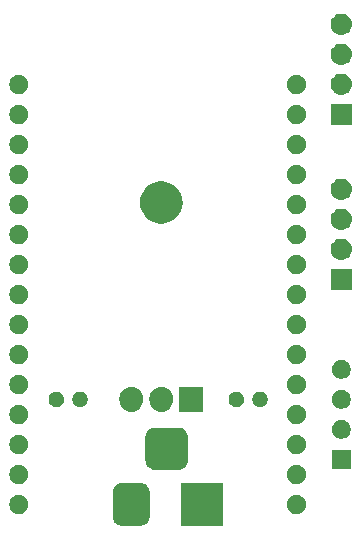
<source format=gbr>
G04 #@! TF.GenerationSoftware,KiCad,Pcbnew,5.1.3-ffb9f22~84~ubuntu16.04.1*
G04 #@! TF.CreationDate,2019-07-29T14:43:33+10:00*
G04 #@! TF.ProjectId,tankmon-pcb,74616e6b-6d6f-46e2-9d70-63622e6b6963,1a*
G04 #@! TF.SameCoordinates,Original*
G04 #@! TF.FileFunction,Soldermask,Top*
G04 #@! TF.FilePolarity,Negative*
%FSLAX46Y46*%
G04 Gerber Fmt 4.6, Leading zero omitted, Abs format (unit mm)*
G04 Created by KiCad (PCBNEW 5.1.3-ffb9f22~84~ubuntu16.04.1) date 2019-07-29 14:43:33*
%MOMM*%
%LPD*%
G04 APERTURE LIST*
%ADD10C,0.100000*%
G04 APERTURE END LIST*
D10*
G36*
X150295000Y-121435000D02*
G01*
X146693000Y-121435000D01*
X146693000Y-117833000D01*
X150295000Y-117833000D01*
X150295000Y-121435000D01*
X150295000Y-121435000D01*
G37*
G36*
X143470979Y-117847293D02*
G01*
X143604625Y-117887834D01*
X143727784Y-117953664D01*
X143835740Y-118042260D01*
X143924336Y-118150216D01*
X143990166Y-118273375D01*
X144030707Y-118407021D01*
X144045000Y-118552140D01*
X144045000Y-120715860D01*
X144030707Y-120860979D01*
X143990166Y-120994625D01*
X143924336Y-121117784D01*
X143835740Y-121225740D01*
X143727784Y-121314336D01*
X143604625Y-121380166D01*
X143470979Y-121420707D01*
X143325860Y-121435000D01*
X141662140Y-121435000D01*
X141517021Y-121420707D01*
X141383375Y-121380166D01*
X141260216Y-121314336D01*
X141152260Y-121225740D01*
X141063664Y-121117784D01*
X140997834Y-120994625D01*
X140957293Y-120860979D01*
X140943000Y-120715860D01*
X140943000Y-118552140D01*
X140957293Y-118407021D01*
X140997834Y-118273375D01*
X141063664Y-118150216D01*
X141152260Y-118042260D01*
X141260216Y-117953664D01*
X141383375Y-117887834D01*
X141517021Y-117847293D01*
X141662140Y-117833000D01*
X143325860Y-117833000D01*
X143470979Y-117847293D01*
X143470979Y-117847293D01*
G37*
G36*
X133206142Y-118852242D02*
G01*
X133354101Y-118913529D01*
X133487255Y-119002499D01*
X133600501Y-119115745D01*
X133689471Y-119248899D01*
X133750758Y-119396858D01*
X133782000Y-119553925D01*
X133782000Y-119714075D01*
X133750758Y-119871142D01*
X133689471Y-120019101D01*
X133600501Y-120152255D01*
X133487255Y-120265501D01*
X133354101Y-120354471D01*
X133206142Y-120415758D01*
X133049075Y-120447000D01*
X132888925Y-120447000D01*
X132731858Y-120415758D01*
X132583899Y-120354471D01*
X132450745Y-120265501D01*
X132337499Y-120152255D01*
X132248529Y-120019101D01*
X132187242Y-119871142D01*
X132156000Y-119714075D01*
X132156000Y-119553925D01*
X132187242Y-119396858D01*
X132248529Y-119248899D01*
X132337499Y-119115745D01*
X132450745Y-119002499D01*
X132583899Y-118913529D01*
X132731858Y-118852242D01*
X132888925Y-118821000D01*
X133049075Y-118821000D01*
X133206142Y-118852242D01*
X133206142Y-118852242D01*
G37*
G36*
X156701142Y-118852242D02*
G01*
X156849101Y-118913529D01*
X156982255Y-119002499D01*
X157095501Y-119115745D01*
X157184471Y-119248899D01*
X157245758Y-119396858D01*
X157277000Y-119553925D01*
X157277000Y-119714075D01*
X157245758Y-119871142D01*
X157184471Y-120019101D01*
X157095501Y-120152255D01*
X156982255Y-120265501D01*
X156849101Y-120354471D01*
X156701142Y-120415758D01*
X156544075Y-120447000D01*
X156383925Y-120447000D01*
X156226858Y-120415758D01*
X156078899Y-120354471D01*
X155945745Y-120265501D01*
X155832499Y-120152255D01*
X155743529Y-120019101D01*
X155682242Y-119871142D01*
X155651000Y-119714075D01*
X155651000Y-119553925D01*
X155682242Y-119396858D01*
X155743529Y-119248899D01*
X155832499Y-119115745D01*
X155945745Y-119002499D01*
X156078899Y-118913529D01*
X156226858Y-118852242D01*
X156383925Y-118821000D01*
X156544075Y-118821000D01*
X156701142Y-118852242D01*
X156701142Y-118852242D01*
G37*
G36*
X133206142Y-116312242D02*
G01*
X133354101Y-116373529D01*
X133487255Y-116462499D01*
X133600501Y-116575745D01*
X133689471Y-116708899D01*
X133750758Y-116856858D01*
X133782000Y-117013925D01*
X133782000Y-117174075D01*
X133750758Y-117331142D01*
X133689471Y-117479101D01*
X133600501Y-117612255D01*
X133487255Y-117725501D01*
X133354101Y-117814471D01*
X133206142Y-117875758D01*
X133049075Y-117907000D01*
X132888925Y-117907000D01*
X132731858Y-117875758D01*
X132583899Y-117814471D01*
X132450745Y-117725501D01*
X132337499Y-117612255D01*
X132248529Y-117479101D01*
X132187242Y-117331142D01*
X132156000Y-117174075D01*
X132156000Y-117013925D01*
X132187242Y-116856858D01*
X132248529Y-116708899D01*
X132337499Y-116575745D01*
X132450745Y-116462499D01*
X132583899Y-116373529D01*
X132731858Y-116312242D01*
X132888925Y-116281000D01*
X133049075Y-116281000D01*
X133206142Y-116312242D01*
X133206142Y-116312242D01*
G37*
G36*
X156701142Y-116312242D02*
G01*
X156849101Y-116373529D01*
X156982255Y-116462499D01*
X157095501Y-116575745D01*
X157184471Y-116708899D01*
X157245758Y-116856858D01*
X157277000Y-117013925D01*
X157277000Y-117174075D01*
X157245758Y-117331142D01*
X157184471Y-117479101D01*
X157095501Y-117612255D01*
X156982255Y-117725501D01*
X156849101Y-117814471D01*
X156701142Y-117875758D01*
X156544075Y-117907000D01*
X156383925Y-117907000D01*
X156226858Y-117875758D01*
X156078899Y-117814471D01*
X155945745Y-117725501D01*
X155832499Y-117612255D01*
X155743529Y-117479101D01*
X155682242Y-117331142D01*
X155651000Y-117174075D01*
X155651000Y-117013925D01*
X155682242Y-116856858D01*
X155743529Y-116708899D01*
X155832499Y-116575745D01*
X155945745Y-116462499D01*
X156078899Y-116373529D01*
X156226858Y-116312242D01*
X156383925Y-116281000D01*
X156544075Y-116281000D01*
X156701142Y-116312242D01*
X156701142Y-116312242D01*
G37*
G36*
X146620366Y-113149695D02*
G01*
X146777460Y-113197349D01*
X146922231Y-113274731D01*
X147049128Y-113378872D01*
X147153269Y-113505769D01*
X147230651Y-113650540D01*
X147278305Y-113807634D01*
X147295000Y-113977140D01*
X147295000Y-115890860D01*
X147278305Y-116060366D01*
X147230651Y-116217460D01*
X147153269Y-116362231D01*
X147049128Y-116489128D01*
X146922231Y-116593269D01*
X146777460Y-116670651D01*
X146620366Y-116718305D01*
X146450860Y-116735000D01*
X144537140Y-116735000D01*
X144367634Y-116718305D01*
X144210540Y-116670651D01*
X144065769Y-116593269D01*
X143938872Y-116489128D01*
X143834731Y-116362231D01*
X143757349Y-116217460D01*
X143709695Y-116060366D01*
X143693000Y-115890860D01*
X143693000Y-113977140D01*
X143709695Y-113807634D01*
X143757349Y-113650540D01*
X143834731Y-113505769D01*
X143938872Y-113378872D01*
X144065769Y-113274731D01*
X144210540Y-113197349D01*
X144367634Y-113149695D01*
X144537140Y-113133000D01*
X146450860Y-113133000D01*
X146620366Y-113149695D01*
X146620366Y-113149695D01*
G37*
G36*
X161075000Y-116625000D02*
G01*
X159473000Y-116625000D01*
X159473000Y-115023000D01*
X161075000Y-115023000D01*
X161075000Y-116625000D01*
X161075000Y-116625000D01*
G37*
G36*
X133206142Y-113772242D02*
G01*
X133354101Y-113833529D01*
X133487255Y-113922499D01*
X133600501Y-114035745D01*
X133689471Y-114168899D01*
X133750758Y-114316858D01*
X133782000Y-114473925D01*
X133782000Y-114634075D01*
X133750758Y-114791142D01*
X133689471Y-114939101D01*
X133600501Y-115072255D01*
X133487255Y-115185501D01*
X133354101Y-115274471D01*
X133206142Y-115335758D01*
X133049075Y-115367000D01*
X132888925Y-115367000D01*
X132731858Y-115335758D01*
X132583899Y-115274471D01*
X132450745Y-115185501D01*
X132337499Y-115072255D01*
X132248529Y-114939101D01*
X132187242Y-114791142D01*
X132156000Y-114634075D01*
X132156000Y-114473925D01*
X132187242Y-114316858D01*
X132248529Y-114168899D01*
X132337499Y-114035745D01*
X132450745Y-113922499D01*
X132583899Y-113833529D01*
X132731858Y-113772242D01*
X132888925Y-113741000D01*
X133049075Y-113741000D01*
X133206142Y-113772242D01*
X133206142Y-113772242D01*
G37*
G36*
X156701142Y-113772242D02*
G01*
X156849101Y-113833529D01*
X156982255Y-113922499D01*
X157095501Y-114035745D01*
X157184471Y-114168899D01*
X157245758Y-114316858D01*
X157277000Y-114473925D01*
X157277000Y-114634075D01*
X157245758Y-114791142D01*
X157184471Y-114939101D01*
X157095501Y-115072255D01*
X156982255Y-115185501D01*
X156849101Y-115274471D01*
X156701142Y-115335758D01*
X156544075Y-115367000D01*
X156383925Y-115367000D01*
X156226858Y-115335758D01*
X156078899Y-115274471D01*
X155945745Y-115185501D01*
X155832499Y-115072255D01*
X155743529Y-114939101D01*
X155682242Y-114791142D01*
X155651000Y-114634075D01*
X155651000Y-114473925D01*
X155682242Y-114316858D01*
X155743529Y-114168899D01*
X155832499Y-114035745D01*
X155945745Y-113922499D01*
X156078899Y-113833529D01*
X156226858Y-113772242D01*
X156383925Y-113741000D01*
X156544075Y-113741000D01*
X156701142Y-113772242D01*
X156701142Y-113772242D01*
G37*
G36*
X160507642Y-112513781D02*
G01*
X160653414Y-112574162D01*
X160653416Y-112574163D01*
X160784608Y-112661822D01*
X160896178Y-112773392D01*
X160911122Y-112795758D01*
X160983838Y-112904586D01*
X161044219Y-113050358D01*
X161075000Y-113205107D01*
X161075000Y-113362893D01*
X161044219Y-113517642D01*
X160983838Y-113663414D01*
X160983837Y-113663416D01*
X160896178Y-113794608D01*
X160784608Y-113906178D01*
X160653416Y-113993837D01*
X160653415Y-113993838D01*
X160653414Y-113993838D01*
X160507642Y-114054219D01*
X160352893Y-114085000D01*
X160195107Y-114085000D01*
X160040358Y-114054219D01*
X159894586Y-113993838D01*
X159894585Y-113993838D01*
X159894584Y-113993837D01*
X159763392Y-113906178D01*
X159651822Y-113794608D01*
X159564163Y-113663416D01*
X159564162Y-113663414D01*
X159503781Y-113517642D01*
X159473000Y-113362893D01*
X159473000Y-113205107D01*
X159503781Y-113050358D01*
X159564162Y-112904586D01*
X159636878Y-112795758D01*
X159651822Y-112773392D01*
X159763392Y-112661822D01*
X159894584Y-112574163D01*
X159894586Y-112574162D01*
X160040358Y-112513781D01*
X160195107Y-112483000D01*
X160352893Y-112483000D01*
X160507642Y-112513781D01*
X160507642Y-112513781D01*
G37*
G36*
X133206142Y-111232242D02*
G01*
X133354101Y-111293529D01*
X133487255Y-111382499D01*
X133600501Y-111495745D01*
X133689471Y-111628899D01*
X133750758Y-111776858D01*
X133782000Y-111933925D01*
X133782000Y-112094075D01*
X133750758Y-112251142D01*
X133689471Y-112399101D01*
X133600501Y-112532255D01*
X133487255Y-112645501D01*
X133354101Y-112734471D01*
X133206142Y-112795758D01*
X133049075Y-112827000D01*
X132888925Y-112827000D01*
X132731858Y-112795758D01*
X132583899Y-112734471D01*
X132450745Y-112645501D01*
X132337499Y-112532255D01*
X132248529Y-112399101D01*
X132187242Y-112251142D01*
X132156000Y-112094075D01*
X132156000Y-111933925D01*
X132187242Y-111776858D01*
X132248529Y-111628899D01*
X132337499Y-111495745D01*
X132450745Y-111382499D01*
X132583899Y-111293529D01*
X132731858Y-111232242D01*
X132888925Y-111201000D01*
X133049075Y-111201000D01*
X133206142Y-111232242D01*
X133206142Y-111232242D01*
G37*
G36*
X156701142Y-111232242D02*
G01*
X156849101Y-111293529D01*
X156982255Y-111382499D01*
X157095501Y-111495745D01*
X157184471Y-111628899D01*
X157245758Y-111776858D01*
X157277000Y-111933925D01*
X157277000Y-112094075D01*
X157245758Y-112251142D01*
X157184471Y-112399101D01*
X157095501Y-112532255D01*
X156982255Y-112645501D01*
X156849101Y-112734471D01*
X156701142Y-112795758D01*
X156544075Y-112827000D01*
X156383925Y-112827000D01*
X156226858Y-112795758D01*
X156078899Y-112734471D01*
X155945745Y-112645501D01*
X155832499Y-112532255D01*
X155743529Y-112399101D01*
X155682242Y-112251142D01*
X155651000Y-112094075D01*
X155651000Y-111933925D01*
X155682242Y-111776858D01*
X155743529Y-111628899D01*
X155832499Y-111495745D01*
X155945745Y-111382499D01*
X156078899Y-111293529D01*
X156226858Y-111232242D01*
X156383925Y-111201000D01*
X156544075Y-111201000D01*
X156701142Y-111232242D01*
X156701142Y-111232242D01*
G37*
G36*
X142690720Y-109707520D02*
G01*
X142879881Y-109764901D01*
X143054212Y-109858083D01*
X143207015Y-109983485D01*
X143332417Y-110136288D01*
X143348881Y-110167090D01*
X143425598Y-110310617D01*
X143425599Y-110310620D01*
X143482980Y-110499781D01*
X143497500Y-110647207D01*
X143497500Y-110840794D01*
X143482980Y-110988220D01*
X143425599Y-111177381D01*
X143332417Y-111351712D01*
X143207015Y-111504515D01*
X143054212Y-111629917D01*
X142972333Y-111673682D01*
X142879883Y-111723098D01*
X142879880Y-111723099D01*
X142690719Y-111780480D01*
X142494000Y-111799855D01*
X142297280Y-111780480D01*
X142108119Y-111723099D01*
X141933788Y-111629917D01*
X141780985Y-111504515D01*
X141655583Y-111351712D01*
X141603680Y-111254608D01*
X141562402Y-111177383D01*
X141556822Y-111158988D01*
X141505020Y-110988219D01*
X141490500Y-110840793D01*
X141490500Y-110647206D01*
X141505020Y-110499780D01*
X141562401Y-110310619D01*
X141655583Y-110136288D01*
X141780985Y-109983485D01*
X141933788Y-109858083D01*
X142108120Y-109764901D01*
X142297281Y-109707520D01*
X142494000Y-109688145D01*
X142690720Y-109707520D01*
X142690720Y-109707520D01*
G37*
G36*
X145230720Y-109707520D02*
G01*
X145419881Y-109764901D01*
X145594212Y-109858083D01*
X145747015Y-109983485D01*
X145872417Y-110136288D01*
X145888881Y-110167090D01*
X145965598Y-110310617D01*
X145965599Y-110310620D01*
X146022980Y-110499781D01*
X146037500Y-110647207D01*
X146037500Y-110840794D01*
X146022980Y-110988220D01*
X145965599Y-111177381D01*
X145872417Y-111351712D01*
X145747015Y-111504515D01*
X145594212Y-111629917D01*
X145512333Y-111673682D01*
X145419883Y-111723098D01*
X145419880Y-111723099D01*
X145230719Y-111780480D01*
X145034000Y-111799855D01*
X144837280Y-111780480D01*
X144648119Y-111723099D01*
X144473788Y-111629917D01*
X144320985Y-111504515D01*
X144195583Y-111351712D01*
X144143680Y-111254608D01*
X144102402Y-111177383D01*
X144096822Y-111158988D01*
X144045020Y-110988219D01*
X144030500Y-110840793D01*
X144030500Y-110647206D01*
X144045020Y-110499780D01*
X144102401Y-110310619D01*
X144195583Y-110136288D01*
X144320985Y-109983485D01*
X144473788Y-109858083D01*
X144648120Y-109764901D01*
X144837281Y-109707520D01*
X145034000Y-109688145D01*
X145230720Y-109707520D01*
X145230720Y-109707520D01*
G37*
G36*
X148577500Y-111795000D02*
G01*
X146570500Y-111795000D01*
X146570500Y-109693000D01*
X148577500Y-109693000D01*
X148577500Y-111795000D01*
X148577500Y-111795000D01*
G37*
G36*
X160507642Y-109973781D02*
G01*
X160653414Y-110034162D01*
X160653416Y-110034163D01*
X160784608Y-110121822D01*
X160896178Y-110233392D01*
X160983837Y-110364584D01*
X160983838Y-110364586D01*
X161044219Y-110510358D01*
X161075000Y-110665107D01*
X161075000Y-110822893D01*
X161044219Y-110977642D01*
X161013268Y-111052364D01*
X160983837Y-111123416D01*
X160896178Y-111254608D01*
X160784608Y-111366178D01*
X160653416Y-111453837D01*
X160653415Y-111453838D01*
X160653414Y-111453838D01*
X160507642Y-111514219D01*
X160352893Y-111545000D01*
X160195107Y-111545000D01*
X160040358Y-111514219D01*
X159894586Y-111453838D01*
X159894585Y-111453838D01*
X159894584Y-111453837D01*
X159763392Y-111366178D01*
X159651822Y-111254608D01*
X159564163Y-111123416D01*
X159534732Y-111052364D01*
X159503781Y-110977642D01*
X159473000Y-110822893D01*
X159473000Y-110665107D01*
X159503781Y-110510358D01*
X159564162Y-110364586D01*
X159564163Y-110364584D01*
X159651822Y-110233392D01*
X159763392Y-110121822D01*
X159894584Y-110034163D01*
X159894586Y-110034162D01*
X160040358Y-109973781D01*
X160195107Y-109943000D01*
X160352893Y-109943000D01*
X160507642Y-109973781D01*
X160507642Y-109973781D01*
G37*
G36*
X138333890Y-110118017D02*
G01*
X138452364Y-110167091D01*
X138493341Y-110194471D01*
X138558988Y-110238335D01*
X138649665Y-110329012D01*
X138720910Y-110435638D01*
X138769983Y-110554110D01*
X138795000Y-110679881D01*
X138795000Y-110808119D01*
X138788500Y-110840795D01*
X138769983Y-110933890D01*
X138720909Y-111052364D01*
X138649665Y-111158988D01*
X138558988Y-111249665D01*
X138452364Y-111320909D01*
X138452363Y-111320910D01*
X138452362Y-111320910D01*
X138333890Y-111369983D01*
X138208119Y-111395000D01*
X138079881Y-111395000D01*
X137954110Y-111369983D01*
X137835638Y-111320910D01*
X137835637Y-111320910D01*
X137835636Y-111320909D01*
X137729012Y-111249665D01*
X137638335Y-111158988D01*
X137567091Y-111052364D01*
X137518017Y-110933890D01*
X137499500Y-110840795D01*
X137493000Y-110808119D01*
X137493000Y-110679881D01*
X137518017Y-110554110D01*
X137567090Y-110435638D01*
X137638335Y-110329012D01*
X137729012Y-110238335D01*
X137794659Y-110194471D01*
X137835636Y-110167091D01*
X137954110Y-110118017D01*
X138079881Y-110093000D01*
X138208119Y-110093000D01*
X138333890Y-110118017D01*
X138333890Y-110118017D01*
G37*
G36*
X136333890Y-110118017D02*
G01*
X136452364Y-110167091D01*
X136493341Y-110194471D01*
X136558988Y-110238335D01*
X136649665Y-110329012D01*
X136720910Y-110435638D01*
X136769983Y-110554110D01*
X136795000Y-110679881D01*
X136795000Y-110808119D01*
X136788500Y-110840795D01*
X136769983Y-110933890D01*
X136720909Y-111052364D01*
X136649665Y-111158988D01*
X136558988Y-111249665D01*
X136452364Y-111320909D01*
X136452363Y-111320910D01*
X136452362Y-111320910D01*
X136333890Y-111369983D01*
X136208119Y-111395000D01*
X136079881Y-111395000D01*
X135954110Y-111369983D01*
X135835638Y-111320910D01*
X135835637Y-111320910D01*
X135835636Y-111320909D01*
X135729012Y-111249665D01*
X135638335Y-111158988D01*
X135567091Y-111052364D01*
X135518017Y-110933890D01*
X135499500Y-110840795D01*
X135493000Y-110808119D01*
X135493000Y-110679881D01*
X135518017Y-110554110D01*
X135567090Y-110435638D01*
X135638335Y-110329012D01*
X135729012Y-110238335D01*
X135794659Y-110194471D01*
X135835636Y-110167091D01*
X135954110Y-110118017D01*
X136079881Y-110093000D01*
X136208119Y-110093000D01*
X136333890Y-110118017D01*
X136333890Y-110118017D01*
G37*
G36*
X153573890Y-110118017D02*
G01*
X153692364Y-110167091D01*
X153733341Y-110194471D01*
X153798988Y-110238335D01*
X153889665Y-110329012D01*
X153960910Y-110435638D01*
X154009983Y-110554110D01*
X154035000Y-110679881D01*
X154035000Y-110808119D01*
X154028500Y-110840795D01*
X154009983Y-110933890D01*
X153960909Y-111052364D01*
X153889665Y-111158988D01*
X153798988Y-111249665D01*
X153692364Y-111320909D01*
X153692363Y-111320910D01*
X153692362Y-111320910D01*
X153573890Y-111369983D01*
X153448119Y-111395000D01*
X153319881Y-111395000D01*
X153194110Y-111369983D01*
X153075638Y-111320910D01*
X153075637Y-111320910D01*
X153075636Y-111320909D01*
X152969012Y-111249665D01*
X152878335Y-111158988D01*
X152807091Y-111052364D01*
X152758017Y-110933890D01*
X152739500Y-110840795D01*
X152733000Y-110808119D01*
X152733000Y-110679881D01*
X152758017Y-110554110D01*
X152807090Y-110435638D01*
X152878335Y-110329012D01*
X152969012Y-110238335D01*
X153034659Y-110194471D01*
X153075636Y-110167091D01*
X153194110Y-110118017D01*
X153319881Y-110093000D01*
X153448119Y-110093000D01*
X153573890Y-110118017D01*
X153573890Y-110118017D01*
G37*
G36*
X151573890Y-110118017D02*
G01*
X151692364Y-110167091D01*
X151733341Y-110194471D01*
X151798988Y-110238335D01*
X151889665Y-110329012D01*
X151960910Y-110435638D01*
X152009983Y-110554110D01*
X152035000Y-110679881D01*
X152035000Y-110808119D01*
X152028500Y-110840795D01*
X152009983Y-110933890D01*
X151960909Y-111052364D01*
X151889665Y-111158988D01*
X151798988Y-111249665D01*
X151692364Y-111320909D01*
X151692363Y-111320910D01*
X151692362Y-111320910D01*
X151573890Y-111369983D01*
X151448119Y-111395000D01*
X151319881Y-111395000D01*
X151194110Y-111369983D01*
X151075638Y-111320910D01*
X151075637Y-111320910D01*
X151075636Y-111320909D01*
X150969012Y-111249665D01*
X150878335Y-111158988D01*
X150807091Y-111052364D01*
X150758017Y-110933890D01*
X150739500Y-110840795D01*
X150733000Y-110808119D01*
X150733000Y-110679881D01*
X150758017Y-110554110D01*
X150807090Y-110435638D01*
X150878335Y-110329012D01*
X150969012Y-110238335D01*
X151034659Y-110194471D01*
X151075636Y-110167091D01*
X151194110Y-110118017D01*
X151319881Y-110093000D01*
X151448119Y-110093000D01*
X151573890Y-110118017D01*
X151573890Y-110118017D01*
G37*
G36*
X156701142Y-108692242D02*
G01*
X156849101Y-108753529D01*
X156982255Y-108842499D01*
X157095501Y-108955745D01*
X157184471Y-109088899D01*
X157245758Y-109236858D01*
X157277000Y-109393925D01*
X157277000Y-109554075D01*
X157245758Y-109711142D01*
X157184471Y-109859101D01*
X157095501Y-109992255D01*
X156982255Y-110105501D01*
X156849101Y-110194471D01*
X156701142Y-110255758D01*
X156544075Y-110287000D01*
X156383925Y-110287000D01*
X156226858Y-110255758D01*
X156078899Y-110194471D01*
X155945745Y-110105501D01*
X155832499Y-109992255D01*
X155743529Y-109859101D01*
X155682242Y-109711142D01*
X155651000Y-109554075D01*
X155651000Y-109393925D01*
X155682242Y-109236858D01*
X155743529Y-109088899D01*
X155832499Y-108955745D01*
X155945745Y-108842499D01*
X156078899Y-108753529D01*
X156226858Y-108692242D01*
X156383925Y-108661000D01*
X156544075Y-108661000D01*
X156701142Y-108692242D01*
X156701142Y-108692242D01*
G37*
G36*
X133206142Y-108692242D02*
G01*
X133354101Y-108753529D01*
X133487255Y-108842499D01*
X133600501Y-108955745D01*
X133689471Y-109088899D01*
X133750758Y-109236858D01*
X133782000Y-109393925D01*
X133782000Y-109554075D01*
X133750758Y-109711142D01*
X133689471Y-109859101D01*
X133600501Y-109992255D01*
X133487255Y-110105501D01*
X133354101Y-110194471D01*
X133206142Y-110255758D01*
X133049075Y-110287000D01*
X132888925Y-110287000D01*
X132731858Y-110255758D01*
X132583899Y-110194471D01*
X132450745Y-110105501D01*
X132337499Y-109992255D01*
X132248529Y-109859101D01*
X132187242Y-109711142D01*
X132156000Y-109554075D01*
X132156000Y-109393925D01*
X132187242Y-109236858D01*
X132248529Y-109088899D01*
X132337499Y-108955745D01*
X132450745Y-108842499D01*
X132583899Y-108753529D01*
X132731858Y-108692242D01*
X132888925Y-108661000D01*
X133049075Y-108661000D01*
X133206142Y-108692242D01*
X133206142Y-108692242D01*
G37*
G36*
X160507642Y-107433781D02*
G01*
X160653414Y-107494162D01*
X160653416Y-107494163D01*
X160784608Y-107581822D01*
X160896178Y-107693392D01*
X160911122Y-107715758D01*
X160983838Y-107824586D01*
X161044219Y-107970358D01*
X161075000Y-108125107D01*
X161075000Y-108282893D01*
X161044219Y-108437642D01*
X160983838Y-108583414D01*
X160983837Y-108583416D01*
X160896178Y-108714608D01*
X160784608Y-108826178D01*
X160653416Y-108913837D01*
X160653415Y-108913838D01*
X160653414Y-108913838D01*
X160507642Y-108974219D01*
X160352893Y-109005000D01*
X160195107Y-109005000D01*
X160040358Y-108974219D01*
X159894586Y-108913838D01*
X159894585Y-108913838D01*
X159894584Y-108913837D01*
X159763392Y-108826178D01*
X159651822Y-108714608D01*
X159564163Y-108583416D01*
X159564162Y-108583414D01*
X159503781Y-108437642D01*
X159473000Y-108282893D01*
X159473000Y-108125107D01*
X159503781Y-107970358D01*
X159564162Y-107824586D01*
X159636878Y-107715758D01*
X159651822Y-107693392D01*
X159763392Y-107581822D01*
X159894584Y-107494163D01*
X159894586Y-107494162D01*
X160040358Y-107433781D01*
X160195107Y-107403000D01*
X160352893Y-107403000D01*
X160507642Y-107433781D01*
X160507642Y-107433781D01*
G37*
G36*
X133206142Y-106152242D02*
G01*
X133354101Y-106213529D01*
X133487255Y-106302499D01*
X133600501Y-106415745D01*
X133689471Y-106548899D01*
X133750758Y-106696858D01*
X133782000Y-106853925D01*
X133782000Y-107014075D01*
X133750758Y-107171142D01*
X133689471Y-107319101D01*
X133600501Y-107452255D01*
X133487255Y-107565501D01*
X133354101Y-107654471D01*
X133206142Y-107715758D01*
X133049075Y-107747000D01*
X132888925Y-107747000D01*
X132731858Y-107715758D01*
X132583899Y-107654471D01*
X132450745Y-107565501D01*
X132337499Y-107452255D01*
X132248529Y-107319101D01*
X132187242Y-107171142D01*
X132156000Y-107014075D01*
X132156000Y-106853925D01*
X132187242Y-106696858D01*
X132248529Y-106548899D01*
X132337499Y-106415745D01*
X132450745Y-106302499D01*
X132583899Y-106213529D01*
X132731858Y-106152242D01*
X132888925Y-106121000D01*
X133049075Y-106121000D01*
X133206142Y-106152242D01*
X133206142Y-106152242D01*
G37*
G36*
X156701142Y-106152242D02*
G01*
X156849101Y-106213529D01*
X156982255Y-106302499D01*
X157095501Y-106415745D01*
X157184471Y-106548899D01*
X157245758Y-106696858D01*
X157277000Y-106853925D01*
X157277000Y-107014075D01*
X157245758Y-107171142D01*
X157184471Y-107319101D01*
X157095501Y-107452255D01*
X156982255Y-107565501D01*
X156849101Y-107654471D01*
X156701142Y-107715758D01*
X156544075Y-107747000D01*
X156383925Y-107747000D01*
X156226858Y-107715758D01*
X156078899Y-107654471D01*
X155945745Y-107565501D01*
X155832499Y-107452255D01*
X155743529Y-107319101D01*
X155682242Y-107171142D01*
X155651000Y-107014075D01*
X155651000Y-106853925D01*
X155682242Y-106696858D01*
X155743529Y-106548899D01*
X155832499Y-106415745D01*
X155945745Y-106302499D01*
X156078899Y-106213529D01*
X156226858Y-106152242D01*
X156383925Y-106121000D01*
X156544075Y-106121000D01*
X156701142Y-106152242D01*
X156701142Y-106152242D01*
G37*
G36*
X156701142Y-103612242D02*
G01*
X156849101Y-103673529D01*
X156982255Y-103762499D01*
X157095501Y-103875745D01*
X157184471Y-104008899D01*
X157245758Y-104156858D01*
X157277000Y-104313925D01*
X157277000Y-104474075D01*
X157245758Y-104631142D01*
X157184471Y-104779101D01*
X157095501Y-104912255D01*
X156982255Y-105025501D01*
X156849101Y-105114471D01*
X156701142Y-105175758D01*
X156544075Y-105207000D01*
X156383925Y-105207000D01*
X156226858Y-105175758D01*
X156078899Y-105114471D01*
X155945745Y-105025501D01*
X155832499Y-104912255D01*
X155743529Y-104779101D01*
X155682242Y-104631142D01*
X155651000Y-104474075D01*
X155651000Y-104313925D01*
X155682242Y-104156858D01*
X155743529Y-104008899D01*
X155832499Y-103875745D01*
X155945745Y-103762499D01*
X156078899Y-103673529D01*
X156226858Y-103612242D01*
X156383925Y-103581000D01*
X156544075Y-103581000D01*
X156701142Y-103612242D01*
X156701142Y-103612242D01*
G37*
G36*
X133206142Y-103612242D02*
G01*
X133354101Y-103673529D01*
X133487255Y-103762499D01*
X133600501Y-103875745D01*
X133689471Y-104008899D01*
X133750758Y-104156858D01*
X133782000Y-104313925D01*
X133782000Y-104474075D01*
X133750758Y-104631142D01*
X133689471Y-104779101D01*
X133600501Y-104912255D01*
X133487255Y-105025501D01*
X133354101Y-105114471D01*
X133206142Y-105175758D01*
X133049075Y-105207000D01*
X132888925Y-105207000D01*
X132731858Y-105175758D01*
X132583899Y-105114471D01*
X132450745Y-105025501D01*
X132337499Y-104912255D01*
X132248529Y-104779101D01*
X132187242Y-104631142D01*
X132156000Y-104474075D01*
X132156000Y-104313925D01*
X132187242Y-104156858D01*
X132248529Y-104008899D01*
X132337499Y-103875745D01*
X132450745Y-103762499D01*
X132583899Y-103673529D01*
X132731858Y-103612242D01*
X132888925Y-103581000D01*
X133049075Y-103581000D01*
X133206142Y-103612242D01*
X133206142Y-103612242D01*
G37*
G36*
X156701142Y-101072242D02*
G01*
X156849101Y-101133529D01*
X156982255Y-101222499D01*
X157095501Y-101335745D01*
X157184471Y-101468899D01*
X157245758Y-101616858D01*
X157277000Y-101773925D01*
X157277000Y-101934075D01*
X157245758Y-102091142D01*
X157184471Y-102239101D01*
X157095501Y-102372255D01*
X156982255Y-102485501D01*
X156849101Y-102574471D01*
X156701142Y-102635758D01*
X156544075Y-102667000D01*
X156383925Y-102667000D01*
X156226858Y-102635758D01*
X156078899Y-102574471D01*
X155945745Y-102485501D01*
X155832499Y-102372255D01*
X155743529Y-102239101D01*
X155682242Y-102091142D01*
X155651000Y-101934075D01*
X155651000Y-101773925D01*
X155682242Y-101616858D01*
X155743529Y-101468899D01*
X155832499Y-101335745D01*
X155945745Y-101222499D01*
X156078899Y-101133529D01*
X156226858Y-101072242D01*
X156383925Y-101041000D01*
X156544075Y-101041000D01*
X156701142Y-101072242D01*
X156701142Y-101072242D01*
G37*
G36*
X133206142Y-101072242D02*
G01*
X133354101Y-101133529D01*
X133487255Y-101222499D01*
X133600501Y-101335745D01*
X133689471Y-101468899D01*
X133750758Y-101616858D01*
X133782000Y-101773925D01*
X133782000Y-101934075D01*
X133750758Y-102091142D01*
X133689471Y-102239101D01*
X133600501Y-102372255D01*
X133487255Y-102485501D01*
X133354101Y-102574471D01*
X133206142Y-102635758D01*
X133049075Y-102667000D01*
X132888925Y-102667000D01*
X132731858Y-102635758D01*
X132583899Y-102574471D01*
X132450745Y-102485501D01*
X132337499Y-102372255D01*
X132248529Y-102239101D01*
X132187242Y-102091142D01*
X132156000Y-101934075D01*
X132156000Y-101773925D01*
X132187242Y-101616858D01*
X132248529Y-101468899D01*
X132337499Y-101335745D01*
X132450745Y-101222499D01*
X132583899Y-101133529D01*
X132731858Y-101072242D01*
X132888925Y-101041000D01*
X133049075Y-101041000D01*
X133206142Y-101072242D01*
X133206142Y-101072242D01*
G37*
G36*
X161175000Y-101485000D02*
G01*
X159373000Y-101485000D01*
X159373000Y-99683000D01*
X161175000Y-99683000D01*
X161175000Y-101485000D01*
X161175000Y-101485000D01*
G37*
G36*
X156701142Y-98532242D02*
G01*
X156849101Y-98593529D01*
X156982255Y-98682499D01*
X157095501Y-98795745D01*
X157184471Y-98928899D01*
X157245758Y-99076858D01*
X157277000Y-99233925D01*
X157277000Y-99394075D01*
X157245758Y-99551142D01*
X157184471Y-99699101D01*
X157095501Y-99832255D01*
X156982255Y-99945501D01*
X156849101Y-100034471D01*
X156701142Y-100095758D01*
X156544075Y-100127000D01*
X156383925Y-100127000D01*
X156226858Y-100095758D01*
X156078899Y-100034471D01*
X155945745Y-99945501D01*
X155832499Y-99832255D01*
X155743529Y-99699101D01*
X155682242Y-99551142D01*
X155651000Y-99394075D01*
X155651000Y-99233925D01*
X155682242Y-99076858D01*
X155743529Y-98928899D01*
X155832499Y-98795745D01*
X155945745Y-98682499D01*
X156078899Y-98593529D01*
X156226858Y-98532242D01*
X156383925Y-98501000D01*
X156544075Y-98501000D01*
X156701142Y-98532242D01*
X156701142Y-98532242D01*
G37*
G36*
X133206142Y-98532242D02*
G01*
X133354101Y-98593529D01*
X133487255Y-98682499D01*
X133600501Y-98795745D01*
X133689471Y-98928899D01*
X133750758Y-99076858D01*
X133782000Y-99233925D01*
X133782000Y-99394075D01*
X133750758Y-99551142D01*
X133689471Y-99699101D01*
X133600501Y-99832255D01*
X133487255Y-99945501D01*
X133354101Y-100034471D01*
X133206142Y-100095758D01*
X133049075Y-100127000D01*
X132888925Y-100127000D01*
X132731858Y-100095758D01*
X132583899Y-100034471D01*
X132450745Y-99945501D01*
X132337499Y-99832255D01*
X132248529Y-99699101D01*
X132187242Y-99551142D01*
X132156000Y-99394075D01*
X132156000Y-99233925D01*
X132187242Y-99076858D01*
X132248529Y-98928899D01*
X132337499Y-98795745D01*
X132450745Y-98682499D01*
X132583899Y-98593529D01*
X132731858Y-98532242D01*
X132888925Y-98501000D01*
X133049075Y-98501000D01*
X133206142Y-98532242D01*
X133206142Y-98532242D01*
G37*
G36*
X160384443Y-97149519D02*
G01*
X160450627Y-97156037D01*
X160620466Y-97207557D01*
X160776991Y-97291222D01*
X160812729Y-97320552D01*
X160914186Y-97403814D01*
X160988585Y-97494471D01*
X161026778Y-97541009D01*
X161110443Y-97697534D01*
X161161963Y-97867373D01*
X161179359Y-98044000D01*
X161161963Y-98220627D01*
X161110443Y-98390466D01*
X161026778Y-98546991D01*
X160997448Y-98582729D01*
X160914186Y-98684186D01*
X160812729Y-98767448D01*
X160776991Y-98796778D01*
X160620466Y-98880443D01*
X160450627Y-98931963D01*
X160384443Y-98938481D01*
X160318260Y-98945000D01*
X160229740Y-98945000D01*
X160163558Y-98938482D01*
X160097373Y-98931963D01*
X159927534Y-98880443D01*
X159771009Y-98796778D01*
X159735271Y-98767448D01*
X159633814Y-98684186D01*
X159550552Y-98582729D01*
X159521222Y-98546991D01*
X159437557Y-98390466D01*
X159386037Y-98220627D01*
X159368641Y-98044000D01*
X159386037Y-97867373D01*
X159437557Y-97697534D01*
X159521222Y-97541009D01*
X159559415Y-97494471D01*
X159633814Y-97403814D01*
X159735271Y-97320552D01*
X159771009Y-97291222D01*
X159927534Y-97207557D01*
X160097373Y-97156037D01*
X160163558Y-97149518D01*
X160229740Y-97143000D01*
X160318260Y-97143000D01*
X160384443Y-97149519D01*
X160384443Y-97149519D01*
G37*
G36*
X133206142Y-95992242D02*
G01*
X133354101Y-96053529D01*
X133487255Y-96142499D01*
X133600501Y-96255745D01*
X133689471Y-96388899D01*
X133750758Y-96536858D01*
X133782000Y-96693925D01*
X133782000Y-96854075D01*
X133750758Y-97011142D01*
X133689471Y-97159101D01*
X133600501Y-97292255D01*
X133487255Y-97405501D01*
X133354101Y-97494471D01*
X133206142Y-97555758D01*
X133049075Y-97587000D01*
X132888925Y-97587000D01*
X132731858Y-97555758D01*
X132583899Y-97494471D01*
X132450745Y-97405501D01*
X132337499Y-97292255D01*
X132248529Y-97159101D01*
X132187242Y-97011142D01*
X132156000Y-96854075D01*
X132156000Y-96693925D01*
X132187242Y-96536858D01*
X132248529Y-96388899D01*
X132337499Y-96255745D01*
X132450745Y-96142499D01*
X132583899Y-96053529D01*
X132731858Y-95992242D01*
X132888925Y-95961000D01*
X133049075Y-95961000D01*
X133206142Y-95992242D01*
X133206142Y-95992242D01*
G37*
G36*
X156701142Y-95992242D02*
G01*
X156849101Y-96053529D01*
X156982255Y-96142499D01*
X157095501Y-96255745D01*
X157184471Y-96388899D01*
X157245758Y-96536858D01*
X157277000Y-96693925D01*
X157277000Y-96854075D01*
X157245758Y-97011142D01*
X157184471Y-97159101D01*
X157095501Y-97292255D01*
X156982255Y-97405501D01*
X156849101Y-97494471D01*
X156701142Y-97555758D01*
X156544075Y-97587000D01*
X156383925Y-97587000D01*
X156226858Y-97555758D01*
X156078899Y-97494471D01*
X155945745Y-97405501D01*
X155832499Y-97292255D01*
X155743529Y-97159101D01*
X155682242Y-97011142D01*
X155651000Y-96854075D01*
X155651000Y-96693925D01*
X155682242Y-96536858D01*
X155743529Y-96388899D01*
X155832499Y-96255745D01*
X155945745Y-96142499D01*
X156078899Y-96053529D01*
X156226858Y-95992242D01*
X156383925Y-95961000D01*
X156544075Y-95961000D01*
X156701142Y-95992242D01*
X156701142Y-95992242D01*
G37*
G36*
X160384442Y-94609518D02*
G01*
X160450627Y-94616037D01*
X160620466Y-94667557D01*
X160776991Y-94751222D01*
X160807853Y-94776550D01*
X160914186Y-94863814D01*
X160988585Y-94954471D01*
X161026778Y-95001009D01*
X161110443Y-95157534D01*
X161161963Y-95327373D01*
X161179359Y-95504000D01*
X161161963Y-95680627D01*
X161110443Y-95850466D01*
X161026778Y-96006991D01*
X160997448Y-96042729D01*
X160914186Y-96144186D01*
X160812729Y-96227448D01*
X160776991Y-96256778D01*
X160620466Y-96340443D01*
X160450627Y-96391963D01*
X160384442Y-96398482D01*
X160318260Y-96405000D01*
X160229740Y-96405000D01*
X160163558Y-96398482D01*
X160097373Y-96391963D01*
X159927534Y-96340443D01*
X159771009Y-96256778D01*
X159735271Y-96227448D01*
X159633814Y-96144186D01*
X159550552Y-96042729D01*
X159521222Y-96006991D01*
X159437557Y-95850466D01*
X159386037Y-95680627D01*
X159368641Y-95504000D01*
X159386037Y-95327373D01*
X159437557Y-95157534D01*
X159521222Y-95001009D01*
X159559415Y-94954471D01*
X159633814Y-94863814D01*
X159740147Y-94776550D01*
X159771009Y-94751222D01*
X159927534Y-94667557D01*
X160097373Y-94616037D01*
X160163558Y-94609518D01*
X160229740Y-94603000D01*
X160318260Y-94603000D01*
X160384442Y-94609518D01*
X160384442Y-94609518D01*
G37*
G36*
X145210669Y-92291686D02*
G01*
X145387058Y-92309059D01*
X145726548Y-92412042D01*
X145726550Y-92412043D01*
X146039422Y-92579277D01*
X146039424Y-92579278D01*
X146039423Y-92579278D01*
X146313661Y-92804339D01*
X146538722Y-93078577D01*
X146705958Y-93391452D01*
X146808941Y-93730942D01*
X146843714Y-94084000D01*
X146808941Y-94437058D01*
X146705958Y-94776548D01*
X146705957Y-94776550D01*
X146538723Y-95089422D01*
X146313661Y-95363661D01*
X146039422Y-95588723D01*
X145867482Y-95680627D01*
X145726548Y-95755958D01*
X145387058Y-95858941D01*
X145210669Y-95876314D01*
X145122476Y-95885000D01*
X144945524Y-95885000D01*
X144857331Y-95876314D01*
X144680942Y-95858941D01*
X144341452Y-95755958D01*
X144200518Y-95680627D01*
X144028578Y-95588723D01*
X143754339Y-95363661D01*
X143529277Y-95089422D01*
X143362043Y-94776550D01*
X143362042Y-94776548D01*
X143259059Y-94437058D01*
X143224286Y-94084000D01*
X143259059Y-93730942D01*
X143362042Y-93391452D01*
X143529278Y-93078577D01*
X143754339Y-92804339D01*
X144028577Y-92579278D01*
X144028576Y-92579278D01*
X144028578Y-92579277D01*
X144341450Y-92412043D01*
X144341452Y-92412042D01*
X144680942Y-92309059D01*
X144857331Y-92291686D01*
X144945524Y-92283000D01*
X145122476Y-92283000D01*
X145210669Y-92291686D01*
X145210669Y-92291686D01*
G37*
G36*
X156701142Y-93452242D02*
G01*
X156849101Y-93513529D01*
X156982255Y-93602499D01*
X157095501Y-93715745D01*
X157184471Y-93848899D01*
X157245758Y-93996858D01*
X157277000Y-94153925D01*
X157277000Y-94314075D01*
X157245758Y-94471142D01*
X157184471Y-94619101D01*
X157095501Y-94752255D01*
X156982255Y-94865501D01*
X156849101Y-94954471D01*
X156701142Y-95015758D01*
X156544075Y-95047000D01*
X156383925Y-95047000D01*
X156226858Y-95015758D01*
X156078899Y-94954471D01*
X155945745Y-94865501D01*
X155832499Y-94752255D01*
X155743529Y-94619101D01*
X155682242Y-94471142D01*
X155651000Y-94314075D01*
X155651000Y-94153925D01*
X155682242Y-93996858D01*
X155743529Y-93848899D01*
X155832499Y-93715745D01*
X155945745Y-93602499D01*
X156078899Y-93513529D01*
X156226858Y-93452242D01*
X156383925Y-93421000D01*
X156544075Y-93421000D01*
X156701142Y-93452242D01*
X156701142Y-93452242D01*
G37*
G36*
X133206142Y-93452242D02*
G01*
X133354101Y-93513529D01*
X133487255Y-93602499D01*
X133600501Y-93715745D01*
X133689471Y-93848899D01*
X133750758Y-93996858D01*
X133782000Y-94153925D01*
X133782000Y-94314075D01*
X133750758Y-94471142D01*
X133689471Y-94619101D01*
X133600501Y-94752255D01*
X133487255Y-94865501D01*
X133354101Y-94954471D01*
X133206142Y-95015758D01*
X133049075Y-95047000D01*
X132888925Y-95047000D01*
X132731858Y-95015758D01*
X132583899Y-94954471D01*
X132450745Y-94865501D01*
X132337499Y-94752255D01*
X132248529Y-94619101D01*
X132187242Y-94471142D01*
X132156000Y-94314075D01*
X132156000Y-94153925D01*
X132187242Y-93996858D01*
X132248529Y-93848899D01*
X132337499Y-93715745D01*
X132450745Y-93602499D01*
X132583899Y-93513529D01*
X132731858Y-93452242D01*
X132888925Y-93421000D01*
X133049075Y-93421000D01*
X133206142Y-93452242D01*
X133206142Y-93452242D01*
G37*
G36*
X160384443Y-92069519D02*
G01*
X160450627Y-92076037D01*
X160620466Y-92127557D01*
X160776991Y-92211222D01*
X160812729Y-92240552D01*
X160914186Y-92323814D01*
X160988585Y-92414471D01*
X161026778Y-92461009D01*
X161110443Y-92617534D01*
X161161963Y-92787373D01*
X161179359Y-92964000D01*
X161161963Y-93140627D01*
X161110443Y-93310466D01*
X161026778Y-93466991D01*
X160997448Y-93502729D01*
X160914186Y-93604186D01*
X160812729Y-93687448D01*
X160776991Y-93716778D01*
X160620466Y-93800443D01*
X160450627Y-93851963D01*
X160384443Y-93858481D01*
X160318260Y-93865000D01*
X160229740Y-93865000D01*
X160163557Y-93858481D01*
X160097373Y-93851963D01*
X159927534Y-93800443D01*
X159771009Y-93716778D01*
X159735271Y-93687448D01*
X159633814Y-93604186D01*
X159550552Y-93502729D01*
X159521222Y-93466991D01*
X159437557Y-93310466D01*
X159386037Y-93140627D01*
X159368641Y-92964000D01*
X159386037Y-92787373D01*
X159437557Y-92617534D01*
X159521222Y-92461009D01*
X159559415Y-92414471D01*
X159633814Y-92323814D01*
X159735271Y-92240552D01*
X159771009Y-92211222D01*
X159927534Y-92127557D01*
X160097373Y-92076037D01*
X160163557Y-92069519D01*
X160229740Y-92063000D01*
X160318260Y-92063000D01*
X160384443Y-92069519D01*
X160384443Y-92069519D01*
G37*
G36*
X156701142Y-90912242D02*
G01*
X156849101Y-90973529D01*
X156982255Y-91062499D01*
X157095501Y-91175745D01*
X157184471Y-91308899D01*
X157245758Y-91456858D01*
X157277000Y-91613925D01*
X157277000Y-91774075D01*
X157245758Y-91931142D01*
X157184471Y-92079101D01*
X157095501Y-92212255D01*
X156982255Y-92325501D01*
X156849101Y-92414471D01*
X156701142Y-92475758D01*
X156544075Y-92507000D01*
X156383925Y-92507000D01*
X156226858Y-92475758D01*
X156078899Y-92414471D01*
X155945745Y-92325501D01*
X155832499Y-92212255D01*
X155743529Y-92079101D01*
X155682242Y-91931142D01*
X155651000Y-91774075D01*
X155651000Y-91613925D01*
X155682242Y-91456858D01*
X155743529Y-91308899D01*
X155832499Y-91175745D01*
X155945745Y-91062499D01*
X156078899Y-90973529D01*
X156226858Y-90912242D01*
X156383925Y-90881000D01*
X156544075Y-90881000D01*
X156701142Y-90912242D01*
X156701142Y-90912242D01*
G37*
G36*
X133206142Y-90912242D02*
G01*
X133354101Y-90973529D01*
X133487255Y-91062499D01*
X133600501Y-91175745D01*
X133689471Y-91308899D01*
X133750758Y-91456858D01*
X133782000Y-91613925D01*
X133782000Y-91774075D01*
X133750758Y-91931142D01*
X133689471Y-92079101D01*
X133600501Y-92212255D01*
X133487255Y-92325501D01*
X133354101Y-92414471D01*
X133206142Y-92475758D01*
X133049075Y-92507000D01*
X132888925Y-92507000D01*
X132731858Y-92475758D01*
X132583899Y-92414471D01*
X132450745Y-92325501D01*
X132337499Y-92212255D01*
X132248529Y-92079101D01*
X132187242Y-91931142D01*
X132156000Y-91774075D01*
X132156000Y-91613925D01*
X132187242Y-91456858D01*
X132248529Y-91308899D01*
X132337499Y-91175745D01*
X132450745Y-91062499D01*
X132583899Y-90973529D01*
X132731858Y-90912242D01*
X132888925Y-90881000D01*
X133049075Y-90881000D01*
X133206142Y-90912242D01*
X133206142Y-90912242D01*
G37*
G36*
X156701142Y-88372242D02*
G01*
X156849101Y-88433529D01*
X156982255Y-88522499D01*
X157095501Y-88635745D01*
X157184471Y-88768899D01*
X157245758Y-88916858D01*
X157277000Y-89073925D01*
X157277000Y-89234075D01*
X157245758Y-89391142D01*
X157184471Y-89539101D01*
X157095501Y-89672255D01*
X156982255Y-89785501D01*
X156849101Y-89874471D01*
X156701142Y-89935758D01*
X156544075Y-89967000D01*
X156383925Y-89967000D01*
X156226858Y-89935758D01*
X156078899Y-89874471D01*
X155945745Y-89785501D01*
X155832499Y-89672255D01*
X155743529Y-89539101D01*
X155682242Y-89391142D01*
X155651000Y-89234075D01*
X155651000Y-89073925D01*
X155682242Y-88916858D01*
X155743529Y-88768899D01*
X155832499Y-88635745D01*
X155945745Y-88522499D01*
X156078899Y-88433529D01*
X156226858Y-88372242D01*
X156383925Y-88341000D01*
X156544075Y-88341000D01*
X156701142Y-88372242D01*
X156701142Y-88372242D01*
G37*
G36*
X133206142Y-88372242D02*
G01*
X133354101Y-88433529D01*
X133487255Y-88522499D01*
X133600501Y-88635745D01*
X133689471Y-88768899D01*
X133750758Y-88916858D01*
X133782000Y-89073925D01*
X133782000Y-89234075D01*
X133750758Y-89391142D01*
X133689471Y-89539101D01*
X133600501Y-89672255D01*
X133487255Y-89785501D01*
X133354101Y-89874471D01*
X133206142Y-89935758D01*
X133049075Y-89967000D01*
X132888925Y-89967000D01*
X132731858Y-89935758D01*
X132583899Y-89874471D01*
X132450745Y-89785501D01*
X132337499Y-89672255D01*
X132248529Y-89539101D01*
X132187242Y-89391142D01*
X132156000Y-89234075D01*
X132156000Y-89073925D01*
X132187242Y-88916858D01*
X132248529Y-88768899D01*
X132337499Y-88635745D01*
X132450745Y-88522499D01*
X132583899Y-88433529D01*
X132731858Y-88372242D01*
X132888925Y-88341000D01*
X133049075Y-88341000D01*
X133206142Y-88372242D01*
X133206142Y-88372242D01*
G37*
G36*
X161175000Y-87515000D02*
G01*
X159373000Y-87515000D01*
X159373000Y-85713000D01*
X161175000Y-85713000D01*
X161175000Y-87515000D01*
X161175000Y-87515000D01*
G37*
G36*
X156701142Y-85832242D02*
G01*
X156849101Y-85893529D01*
X156982255Y-85982499D01*
X157095501Y-86095745D01*
X157184471Y-86228899D01*
X157245758Y-86376858D01*
X157277000Y-86533925D01*
X157277000Y-86694075D01*
X157245758Y-86851142D01*
X157184471Y-86999101D01*
X157095501Y-87132255D01*
X156982255Y-87245501D01*
X156849101Y-87334471D01*
X156701142Y-87395758D01*
X156544075Y-87427000D01*
X156383925Y-87427000D01*
X156226858Y-87395758D01*
X156078899Y-87334471D01*
X155945745Y-87245501D01*
X155832499Y-87132255D01*
X155743529Y-86999101D01*
X155682242Y-86851142D01*
X155651000Y-86694075D01*
X155651000Y-86533925D01*
X155682242Y-86376858D01*
X155743529Y-86228899D01*
X155832499Y-86095745D01*
X155945745Y-85982499D01*
X156078899Y-85893529D01*
X156226858Y-85832242D01*
X156383925Y-85801000D01*
X156544075Y-85801000D01*
X156701142Y-85832242D01*
X156701142Y-85832242D01*
G37*
G36*
X133206142Y-85832242D02*
G01*
X133354101Y-85893529D01*
X133487255Y-85982499D01*
X133600501Y-86095745D01*
X133689471Y-86228899D01*
X133750758Y-86376858D01*
X133782000Y-86533925D01*
X133782000Y-86694075D01*
X133750758Y-86851142D01*
X133689471Y-86999101D01*
X133600501Y-87132255D01*
X133487255Y-87245501D01*
X133354101Y-87334471D01*
X133206142Y-87395758D01*
X133049075Y-87427000D01*
X132888925Y-87427000D01*
X132731858Y-87395758D01*
X132583899Y-87334471D01*
X132450745Y-87245501D01*
X132337499Y-87132255D01*
X132248529Y-86999101D01*
X132187242Y-86851142D01*
X132156000Y-86694075D01*
X132156000Y-86533925D01*
X132187242Y-86376858D01*
X132248529Y-86228899D01*
X132337499Y-86095745D01*
X132450745Y-85982499D01*
X132583899Y-85893529D01*
X132731858Y-85832242D01*
X132888925Y-85801000D01*
X133049075Y-85801000D01*
X133206142Y-85832242D01*
X133206142Y-85832242D01*
G37*
G36*
X160384442Y-83179518D02*
G01*
X160450627Y-83186037D01*
X160620466Y-83237557D01*
X160776991Y-83321222D01*
X160812729Y-83350552D01*
X160914186Y-83433814D01*
X160997448Y-83535271D01*
X161026778Y-83571009D01*
X161110443Y-83727534D01*
X161161963Y-83897373D01*
X161179359Y-84074000D01*
X161161963Y-84250627D01*
X161110443Y-84420466D01*
X161026778Y-84576991D01*
X161014251Y-84592255D01*
X160914186Y-84714186D01*
X160816357Y-84794471D01*
X160776991Y-84826778D01*
X160620466Y-84910443D01*
X160450627Y-84961963D01*
X160384442Y-84968482D01*
X160318260Y-84975000D01*
X160229740Y-84975000D01*
X160163558Y-84968482D01*
X160097373Y-84961963D01*
X159927534Y-84910443D01*
X159771009Y-84826778D01*
X159731643Y-84794471D01*
X159633814Y-84714186D01*
X159533749Y-84592255D01*
X159521222Y-84576991D01*
X159437557Y-84420466D01*
X159386037Y-84250627D01*
X159368641Y-84074000D01*
X159386037Y-83897373D01*
X159437557Y-83727534D01*
X159521222Y-83571009D01*
X159550552Y-83535271D01*
X159633814Y-83433814D01*
X159735271Y-83350552D01*
X159771009Y-83321222D01*
X159927534Y-83237557D01*
X160097373Y-83186037D01*
X160163558Y-83179518D01*
X160229740Y-83173000D01*
X160318260Y-83173000D01*
X160384442Y-83179518D01*
X160384442Y-83179518D01*
G37*
G36*
X156701142Y-83292242D02*
G01*
X156849101Y-83353529D01*
X156982255Y-83442499D01*
X157095501Y-83555745D01*
X157184471Y-83688899D01*
X157245758Y-83836858D01*
X157277000Y-83993925D01*
X157277000Y-84154075D01*
X157245758Y-84311142D01*
X157184471Y-84459101D01*
X157095501Y-84592255D01*
X156982255Y-84705501D01*
X156849101Y-84794471D01*
X156701142Y-84855758D01*
X156544075Y-84887000D01*
X156383925Y-84887000D01*
X156226858Y-84855758D01*
X156078899Y-84794471D01*
X155945745Y-84705501D01*
X155832499Y-84592255D01*
X155743529Y-84459101D01*
X155682242Y-84311142D01*
X155651000Y-84154075D01*
X155651000Y-83993925D01*
X155682242Y-83836858D01*
X155743529Y-83688899D01*
X155832499Y-83555745D01*
X155945745Y-83442499D01*
X156078899Y-83353529D01*
X156226858Y-83292242D01*
X156383925Y-83261000D01*
X156544075Y-83261000D01*
X156701142Y-83292242D01*
X156701142Y-83292242D01*
G37*
G36*
X133206142Y-83292242D02*
G01*
X133354101Y-83353529D01*
X133487255Y-83442499D01*
X133600501Y-83555745D01*
X133689471Y-83688899D01*
X133750758Y-83836858D01*
X133782000Y-83993925D01*
X133782000Y-84154075D01*
X133750758Y-84311142D01*
X133689471Y-84459101D01*
X133600501Y-84592255D01*
X133487255Y-84705501D01*
X133354101Y-84794471D01*
X133206142Y-84855758D01*
X133049075Y-84887000D01*
X132888925Y-84887000D01*
X132731858Y-84855758D01*
X132583899Y-84794471D01*
X132450745Y-84705501D01*
X132337499Y-84592255D01*
X132248529Y-84459101D01*
X132187242Y-84311142D01*
X132156000Y-84154075D01*
X132156000Y-83993925D01*
X132187242Y-83836858D01*
X132248529Y-83688899D01*
X132337499Y-83555745D01*
X132450745Y-83442499D01*
X132583899Y-83353529D01*
X132731858Y-83292242D01*
X132888925Y-83261000D01*
X133049075Y-83261000D01*
X133206142Y-83292242D01*
X133206142Y-83292242D01*
G37*
G36*
X160384443Y-80639519D02*
G01*
X160450627Y-80646037D01*
X160620466Y-80697557D01*
X160776991Y-80781222D01*
X160812729Y-80810552D01*
X160914186Y-80893814D01*
X160997448Y-80995271D01*
X161026778Y-81031009D01*
X161110443Y-81187534D01*
X161161963Y-81357373D01*
X161179359Y-81534000D01*
X161161963Y-81710627D01*
X161110443Y-81880466D01*
X161026778Y-82036991D01*
X160997448Y-82072729D01*
X160914186Y-82174186D01*
X160812729Y-82257448D01*
X160776991Y-82286778D01*
X160620466Y-82370443D01*
X160450627Y-82421963D01*
X160384443Y-82428481D01*
X160318260Y-82435000D01*
X160229740Y-82435000D01*
X160163557Y-82428481D01*
X160097373Y-82421963D01*
X159927534Y-82370443D01*
X159771009Y-82286778D01*
X159735271Y-82257448D01*
X159633814Y-82174186D01*
X159550552Y-82072729D01*
X159521222Y-82036991D01*
X159437557Y-81880466D01*
X159386037Y-81710627D01*
X159368641Y-81534000D01*
X159386037Y-81357373D01*
X159437557Y-81187534D01*
X159521222Y-81031009D01*
X159550552Y-80995271D01*
X159633814Y-80893814D01*
X159735271Y-80810552D01*
X159771009Y-80781222D01*
X159927534Y-80697557D01*
X160097373Y-80646037D01*
X160163557Y-80639519D01*
X160229740Y-80633000D01*
X160318260Y-80633000D01*
X160384443Y-80639519D01*
X160384443Y-80639519D01*
G37*
G36*
X160384442Y-78099518D02*
G01*
X160450627Y-78106037D01*
X160620466Y-78157557D01*
X160776991Y-78241222D01*
X160812729Y-78270552D01*
X160914186Y-78353814D01*
X160997448Y-78455271D01*
X161026778Y-78491009D01*
X161110443Y-78647534D01*
X161161963Y-78817373D01*
X161179359Y-78994000D01*
X161161963Y-79170627D01*
X161110443Y-79340466D01*
X161026778Y-79496991D01*
X160997448Y-79532729D01*
X160914186Y-79634186D01*
X160812729Y-79717448D01*
X160776991Y-79746778D01*
X160620466Y-79830443D01*
X160450627Y-79881963D01*
X160384443Y-79888481D01*
X160318260Y-79895000D01*
X160229740Y-79895000D01*
X160163557Y-79888481D01*
X160097373Y-79881963D01*
X159927534Y-79830443D01*
X159771009Y-79746778D01*
X159735271Y-79717448D01*
X159633814Y-79634186D01*
X159550552Y-79532729D01*
X159521222Y-79496991D01*
X159437557Y-79340466D01*
X159386037Y-79170627D01*
X159368641Y-78994000D01*
X159386037Y-78817373D01*
X159437557Y-78647534D01*
X159521222Y-78491009D01*
X159550552Y-78455271D01*
X159633814Y-78353814D01*
X159735271Y-78270552D01*
X159771009Y-78241222D01*
X159927534Y-78157557D01*
X160097373Y-78106037D01*
X160163558Y-78099518D01*
X160229740Y-78093000D01*
X160318260Y-78093000D01*
X160384442Y-78099518D01*
X160384442Y-78099518D01*
G37*
M02*

</source>
